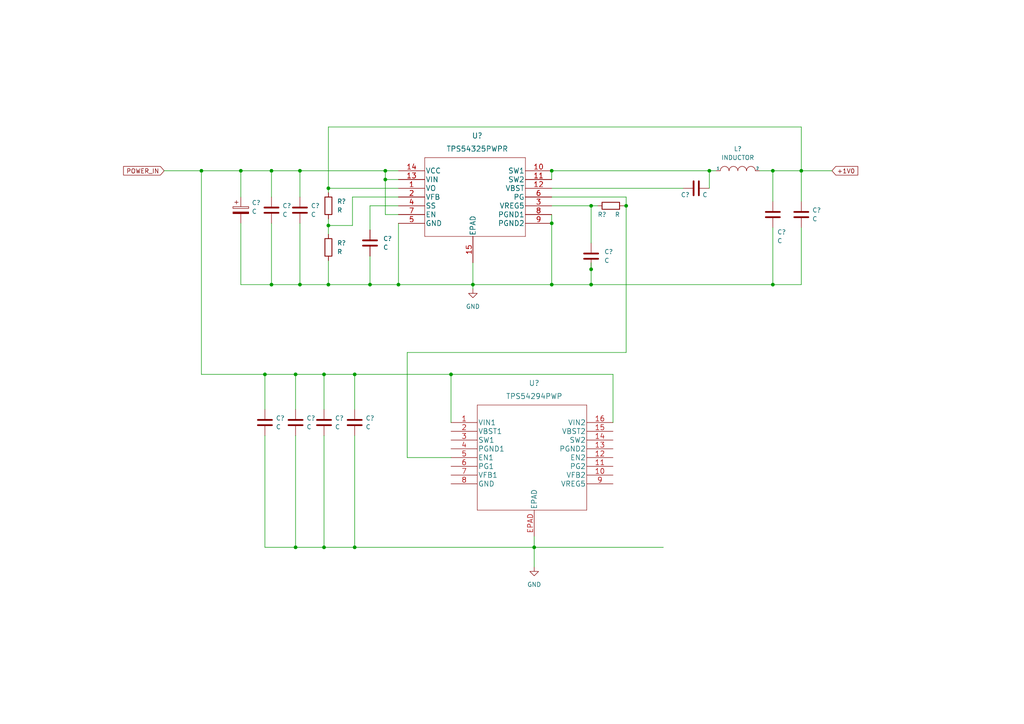
<source format=kicad_sch>
(kicad_sch (version 20211123) (generator eeschema)
  (paper "A4")
  (lib_symbols
    (symbol "Device:C" (pin_numbers hide) (pin_names (offset 0.254))
      (property "Reference" "C" (at 0.635 2.54 0))
      (property "Value" "C" (at 0.635 -2.54 0))
      (symbol "C_0_1"
        (polyline (pts (xy -2.032 -0.762) (xy 2.032 -0.762)) (stroke (width 0.508)))
        (polyline (pts (xy -2.032 0.762) (xy 2.032 0.762)) (stroke (width 0.508)))
      )
      (symbol "C_1_1"
        (pin passive line (at 0 3.81 270) (length 2.794) (name "~") (number "1"))
        (pin passive line (at 0 -3.81 90) (length 2.794) (name "~") (number "2"))
      )
    )
    (symbol "Device:C_Polarized" (pin_numbers hide) (pin_names (offset 0.254))
      (property "Reference" "C" (at 0.635 2.54 0))
      (property "Value" "C_Polarized" (at 0.635 -2.54 0))
      (symbol "C_Polarized_0_1"
        (rectangle (start -2.286 0.508) (end 2.286 1.016))
        (polyline (pts (xy -1.778 2.286) (xy -0.762 2.286)))
        (polyline (pts (xy -1.27 2.794) (xy -1.27 1.778)))
        (rectangle (start 2.286 -0.508) (end -2.286 -1.016) (fill (type outline)))
      )
      (symbol "C_Polarized_1_1"
        (pin passive line (at 0 3.81 270) (length 2.794) (name "~") (number "1"))
        (pin passive line (at 0 -3.81 90) (length 2.794) (name "~") (number "2"))
      )
    )
    (symbol "Device:R" (pin_numbers hide) (pin_names (offset 0))
      (property "Reference" "R" (at 2.032 0 90))
      (property "Value" "R" (at 0 0 90))
      (symbol "R_0_1"
        (rectangle (start -1.016 -2.54) (end 1.016 2.54) (stroke (width 0.254)))
      )
      (symbol "R_1_1"
        (pin passive line (at 0 3.81 270) (length 1.27) (name "~") (number "1"))
        (pin passive line (at 0 -3.81 90) (length 1.27) (name "~") (number "2"))
      )
    )
    (symbol "TPS54294PWP:TPS54294PWP" (pin_names (offset 0.254))
      (property "Reference" "U?" (at 33.02 11.43 0))
      (property "Value" "TPS54294PWP" (at 33.02 7.62 0))
      (symbol "TPS54294PWP_1_1"
        (polyline (pts (xy 16.51 -25.4) (xy 48.26 -25.4)) (stroke (width 0.127)))
        (polyline (pts (xy 16.51 5.08) (xy 16.51 -25.4)) (stroke (width 0.127)))
        (polyline (pts (xy 48.26 -25.4) (xy 48.26 5.08)) (stroke (width 0.127)))
        (polyline (pts (xy 48.26 5.08) (xy 16.51 5.08)) (stroke (width 0.127)))
        (pin input line (at 8.89 0 0) (length 7.62) (name "VIN1") (number "1"))
        (pin input line (at 55.88 -15.24 180) (length 7.62) (name "VFB2") (number "10"))
        (pin output line (at 55.88 -12.7 180) (length 7.62) (name "PG2") (number "11"))
        (pin input line (at 55.88 -10.16 180) (length 7.62) (name "EN2") (number "12"))
        (pin bidirectional line (at 55.88 -7.62 180) (length 7.62) (name "PGND2") (number "13"))
        (pin bidirectional line (at 55.88 -5.08 180) (length 7.62) (name "SW2") (number "14"))
        (pin input line (at 55.88 -2.54 180) (length 7.62) (name "VBST2") (number "15"))
        (pin input line (at 55.88 0 180) (length 7.62) (name "VIN2") (number "16"))
        (pin input line (at 8.89 -2.54 0) (length 7.62) (name "VBST1") (number "2"))
        (pin bidirectional line (at 8.89 -5.08 0) (length 7.62) (name "SW1") (number "3"))
        (pin bidirectional line (at 8.89 -7.62 0) (length 7.62) (name "PGND1") (number "4"))
        (pin input line (at 8.89 -10.16 0) (length 7.62) (name "EN1") (number "5"))
        (pin output line (at 8.89 -12.7 0) (length 7.62) (name "PG1") (number "6"))
        (pin input line (at 8.89 -15.24 0) (length 7.62) (name "VFB1") (number "7"))
        (pin bidirectional line (at 8.89 -17.78 0) (length 7.62) (name "GND") (number "8"))
        (pin output line (at 55.88 -17.78 180) (length 7.62) (name "VREG5") (number "9"))
        (pin unspecified line (at 33.02 -33.02 90) (length 7.62) (name "EPAD") (number "EPAD"))
      )
    )
    (symbol "TPS54325PWPR:TPS54325PWPR" (pin_names (offset 0.254))
      (property "Reference" "U?" (at 44.45 11.43 0))
      (property "Value" "TPS54325PWPR" (at 44.45 7.62 0))
      (symbol "TPS54325PWPR_1_1"
        (polyline (pts (xy 29.21 -17.78) (xy 58.42 -17.78)) (stroke (width 0.127)))
        (polyline (pts (xy 29.21 5.08) (xy 29.21 -17.78)) (stroke (width 0.127)))
        (polyline (pts (xy 58.42 -17.78) (xy 58.42 5.08)) (stroke (width 0.127)))
        (polyline (pts (xy 58.42 5.08) (xy 29.21 5.08)) (stroke (width 0.127)))
        (pin output line (at 21.59 -3.81 0) (length 7.62) (name "VO") (number "1"))
        (pin unspecified line (at 66.04 1.27 180) (length 7.62) (name "SW1") (number "10"))
        (pin unspecified line (at 66.04 -1.27 180) (length 7.62) (name "SW2") (number "11"))
        (pin input line (at 66.04 -3.81 180) (length 7.62) (name "VBST") (number "12"))
        (pin input line (at 21.59 -1.27 0) (length 7.62) (name "VIN") (number "13"))
        (pin input line (at 21.59 1.27 0) (length 7.62) (name "VCC") (number "14"))
        (pin unspecified line (at 43.18 -25.4 90) (length 7.62) (name "EPAD") (number "15"))
        (pin input line (at 21.59 -6.35 0) (length 7.62) (name "VFB") (number "2"))
        (pin output line (at 66.04 -8.89 180) (length 7.62) (name "VREG5") (number "3"))
        (pin unspecified line (at 21.59 -8.89 0) (length 7.62) (name "SS") (number "4"))
        (pin power_in line (at 21.59 -13.97 0) (length 7.62) (name "GND") (number "5"))
        (pin output line (at 66.04 -6.35 180) (length 7.62) (name "PG") (number "6"))
        (pin input line (at 21.59 -11.43 0) (length 7.62) (name "EN") (number "7"))
        (pin power_in line (at 66.04 -11.43 180) (length 7.62) (name "PGND1") (number "8"))
        (pin power_in line (at 66.04 -13.97 180) (length 7.62) (name "PGND2") (number "9"))
      )
    )
    (symbol "power:GND" (power) (pin_names (offset 0))
      (property "Value" "GND" (at 0 -3.81 0))
      (symbol "GND_0_1"
        (polyline (pts (xy 0 0) (xy 0 -1.27) (xy 1.27 -1.27) (xy 0 -2.54) (xy -1.27 -1.27) (xy 0 -1.27)))
      )
      (symbol "GND_1_1"
        (pin power_in line (at 0 0 270) (length 0) hide (name "GND") (number "1"))
      )
    )
    (symbol "pspice:INDUCTOR" (pin_numbers hide) (pin_names (offset 0))
      (property "Reference" "L" (at 0 2.54 0))
      (property "Value" "INDUCTOR" (at 0 -1.27 0))
      (symbol "INDUCTOR_0_1"
        (arc (start -2.54 0) (mid -3.81 1.27) (end -5.08 0))
        (arc (start 0 0) (mid -1.27 1.27) (end -2.54 0))
        (arc (start 2.54 0) (mid 1.27 1.27) (end 0 0))
        (arc (start 5.08 0) (mid 3.81 1.27) (end 2.54 0))
      )
      (symbol "INDUCTOR_1_1"
        (pin input line (at -6.35 0 0) (length 1.27) (name "1") (number "1"))
        (pin input line (at 6.35 0 180) (length 1.27) (name "2") (number "2"))
      )
    )
  )
  (junction (at 111.76 49.53))
  (junction (at 93.98 108.585))
  (junction (at 93.98 158.75))
  (junction (at 130.81 108.585))
  (junction (at 171.45 59.69))
  (junction (at 160.02 64.77))
  (junction (at 95.25 65.405))
  (junction (at 86.995 49.53))
  (junction (at 86.995 82.55))
  (junction (at 224.155 82.55))
  (junction (at 171.45 78.105))
  (junction (at 160.02 82.55))
  (junction (at 224.155 49.53))
  (junction (at 181.61 59.69))
  (junction (at 171.45 82.55))
  (junction (at 85.725 108.585))
  (junction (at 154.94 158.75))
  (junction (at 160.02 49.53))
  (junction (at 137.16 82.55))
  (junction (at 95.25 82.55))
  (junction (at 58.42 49.53))
  (junction (at 95.25 54.61))
  (junction (at 76.835 108.585))
  (junction (at 232.41 49.53))
  (junction (at 111.76 52.07))
  (junction (at 107.315 82.55))
  (junction (at 115.57 82.55))
  (junction (at 85.725 158.75))
  (junction (at 102.87 158.75))
  (junction (at 78.74 82.55))
  (junction (at 102.87 108.585))
  (junction (at 205.74 49.53))
  (junction (at 69.85 49.53))
  (junction (at 78.74 49.53))
  (wire (pts (xy 69.85 82.55) (xy 78.74 82.55)))
  (wire (pts (xy 76.835 108.585) (xy 76.835 118.745)))
  (wire (pts (xy 69.85 64.77) (xy 69.85 82.55)))
  (wire (pts (xy 160.02 49.53) (xy 205.74 49.53)))
  (wire (pts (xy 86.995 49.53) (xy 111.76 49.53)))
  (wire (pts (xy 76.835 126.365) (xy 76.835 158.75)))
  (wire (pts (xy 76.835 108.585) (xy 58.42 108.585)))
  (wire (pts (xy 224.155 49.53) (xy 224.155 58.42)))
  (wire (pts (xy 118.11 102.235) (xy 118.11 132.715)))
  (wire (pts (xy 78.74 49.53) (xy 86.995 49.53)))
  (wire (pts (xy 76.835 158.75) (xy 85.725 158.75)))
  (wire (pts (xy 160.02 62.23) (xy 160.02 64.77)))
  (wire (pts (xy 171.45 59.69) (xy 160.02 59.69)))
  (wire (pts (xy 115.57 54.61) (xy 95.25 54.61)))
  (wire (pts (xy 78.74 82.55) (xy 86.995 82.55)))
  (wire (pts (xy 205.74 49.53) (xy 205.74 54.61)))
  (wire (pts (xy 232.41 66.04) (xy 232.41 82.55)))
  (wire (pts (xy 115.57 52.07) (xy 111.76 52.07)))
  (wire (pts (xy 224.155 66.04) (xy 224.155 82.55)))
  (wire (pts (xy 58.42 49.53) (xy 69.85 49.53)))
  (wire (pts (xy 115.57 64.77) (xy 115.57 82.55)))
  (wire (pts (xy 58.42 108.585) (xy 58.42 49.53)))
  (wire (pts (xy 93.98 158.75) (xy 102.87 158.75)))
  (wire (pts (xy 160.02 57.15) (xy 181.61 57.15)))
  (wire (pts (xy 232.41 49.53) (xy 232.41 58.42)))
  (wire (pts (xy 137.16 82.55) (xy 137.16 83.82)))
  (wire (pts (xy 130.81 108.585) (xy 102.87 108.585)))
  (wire (pts (xy 111.76 52.07) (xy 111.76 49.53)))
  (wire (pts (xy 69.85 49.53) (xy 69.85 57.15)))
  (wire (pts (xy 85.725 158.75) (xy 93.98 158.75)))
  (wire (pts (xy 205.74 49.53) (xy 207.645 49.53)))
  (wire (pts (xy 118.11 132.715) (xy 130.81 132.715)))
  (wire (pts (xy 224.155 82.55) (xy 232.41 82.55)))
  (wire (pts (xy 160.02 64.77) (xy 160.02 82.55)))
  (wire (pts (xy 154.94 158.75) (xy 154.94 164.465)))
  (wire (pts (xy 192.405 158.75) (xy 154.94 158.75)))
  (wire (pts (xy 171.45 76.2) (xy 171.45 78.105)))
  (wire (pts (xy 181.61 59.69) (xy 181.61 102.235)))
  (wire (pts (xy 115.57 82.55) (xy 137.16 82.55)))
  (wire (pts (xy 177.8 122.555) (xy 177.8 108.585)))
  (wire (pts (xy 130.81 108.585) (xy 130.81 122.555)))
  (wire (pts (xy 95.25 65.405) (xy 95.25 67.945)))
  (wire (pts (xy 220.345 49.53) (xy 224.155 49.53)))
  (wire (pts (xy 86.995 49.53) (xy 86.995 57.15)))
  (wire (pts (xy 78.74 49.53) (xy 78.74 57.15)))
  (wire (pts (xy 95.25 36.83) (xy 232.41 36.83)))
  (wire (pts (xy 102.235 57.15) (xy 102.235 65.405)))
  (wire (pts (xy 95.25 82.55) (xy 107.315 82.55)))
  (wire (pts (xy 160.02 82.55) (xy 171.45 82.55)))
  (wire (pts (xy 86.995 82.55) (xy 95.25 82.55)))
  (wire (pts (xy 69.85 49.53) (xy 78.74 49.53)))
  (wire (pts (xy 115.57 59.69) (xy 107.315 59.69)))
  (wire (pts (xy 181.61 57.15) (xy 181.61 59.69)))
  (wire (pts (xy 93.98 126.365) (xy 93.98 158.75)))
  (wire (pts (xy 171.45 78.105) (xy 171.45 82.55)))
  (wire (pts (xy 107.315 74.295) (xy 107.315 82.55)))
  (wire (pts (xy 93.98 108.585) (xy 93.98 118.745)))
  (wire (pts (xy 171.45 70.485) (xy 171.45 59.69)))
  (wire (pts (xy 232.41 49.53) (xy 241.3 49.53)))
  (wire (pts (xy 93.98 108.585) (xy 85.725 108.585)))
  (wire (pts (xy 160.02 82.55) (xy 137.16 82.55)))
  (wire (pts (xy 85.725 108.585) (xy 76.835 108.585)))
  (wire (pts (xy 107.315 59.69) (xy 107.315 66.675)))
  (wire (pts (xy 102.235 65.405) (xy 95.25 65.405)))
  (wire (pts (xy 180.975 59.69) (xy 181.61 59.69)))
  (wire (pts (xy 85.725 126.365) (xy 85.725 158.75)))
  (wire (pts (xy 171.45 59.69) (xy 173.355 59.69)))
  (wire (pts (xy 47.625 49.53) (xy 58.42 49.53)))
  (wire (pts (xy 232.41 36.83) (xy 232.41 49.53)))
  (wire (pts (xy 160.02 54.61) (xy 198.12 54.61)))
  (wire (pts (xy 102.87 108.585) (xy 93.98 108.585)))
  (wire (pts (xy 95.25 54.61) (xy 95.25 36.83)))
  (wire (pts (xy 85.725 108.585) (xy 85.725 118.745)))
  (wire (pts (xy 111.76 62.23) (xy 111.76 52.07)))
  (wire (pts (xy 95.25 54.61) (xy 95.25 55.88)))
  (wire (pts (xy 111.76 49.53) (xy 115.57 49.53)))
  (wire (pts (xy 137.16 76.2) (xy 137.16 82.55)))
  (wire (pts (xy 102.87 158.75) (xy 102.87 126.365)))
  (wire (pts (xy 171.45 82.55) (xy 224.155 82.55)))
  (wire (pts (xy 154.94 158.75) (xy 102.87 158.75)))
  (wire (pts (xy 154.94 155.575) (xy 154.94 158.75)))
  (wire (pts (xy 160.02 49.53) (xy 160.02 52.07)))
  (wire (pts (xy 115.57 57.15) (xy 102.235 57.15)))
  (wire (pts (xy 115.57 62.23) (xy 111.76 62.23)))
  (wire (pts (xy 177.8 108.585) (xy 130.81 108.585)))
  (wire (pts (xy 102.87 108.585) (xy 102.87 118.745)))
  (wire (pts (xy 224.155 49.53) (xy 232.41 49.53)))
  (wire (pts (xy 95.25 63.5) (xy 95.25 65.405)))
  (wire (pts (xy 95.25 75.565) (xy 95.25 82.55)))
  (wire (pts (xy 78.74 64.77) (xy 78.74 82.55)))
  (wire (pts (xy 86.995 64.77) (xy 86.995 82.55)))
  (wire (pts (xy 107.315 82.55) (xy 115.57 82.55)))
  (wire (pts (xy 181.61 102.235) (xy 118.11 102.235)))
  (global_label "+1V0" (shape input) (at 241.3 49.53 0) (property "Intersheet References" "${INTERSHEET_REFS}" (effects hide)))
  (global_label "POWER_IN" (shape input) (at 47.625 49.53 180) (property "Intersheet References" "${INTERSHEET_REFS}" (effects hide)))
  (symbol (lib_id "pspice:INDUCTOR") (at 213.995 49.53 0) (unit 1)
    (property "Reference" "L?" (at 213.995 43.18 0))
    (property "Value" "INDUCTOR" (at 213.995 45.72 0))
  )
  (symbol (lib_id "Device:R") (at 95.25 59.69 0) (unit 1)
    (property "Reference" "R?" (at 97.79 58.4199 0) (effects (justify left)))
    (property "Value" "R" (at 97.79 60.9599 0) (effects (justify left)))
  )
  (symbol (lib_id "Device:R") (at 95.25 71.755 0) (unit 1)
    (property "Reference" "R?" (at 97.79 70.4849 0) (effects (justify left)))
    (property "Value" "R" (at 97.79 73.0249 0) (effects (justify left)))
  )
  (symbol (lib_id "Device:C") (at 107.315 70.485 0) (unit 1)
    (property "Reference" "C?" (at 111.125 69.2149 0) (effects (justify left)))
    (property "Value" "C" (at 111.125 71.7549 0) (effects (justify left)))
  )
  (symbol (lib_id "Device:C") (at 93.98 122.555 0) (unit 1)
    (property "Reference" "C?" (at 97.155 121.2849 0) (effects (justify left)))
    (property "Value" "C" (at 97.155 123.8249 0) (effects (justify left)))
  )
  (symbol (lib_id "Device:C") (at 102.87 122.555 0) (unit 1)
    (property "Reference" "C?" (at 106.045 121.2849 0) (effects (justify left)))
    (property "Value" "C" (at 106.045 123.8249 0) (effects (justify left)))
  )
  (symbol (lib_id "Device:R") (at 177.165 59.69 270) (unit 1)
    (property "Reference" "R?" (at 174.625 62.23 90))
    (property "Value" "R" (at 179.07 62.23 90))
  )
  (symbol (lib_id "Device:C") (at 201.93 54.61 90) (unit 1)
    (property "Reference" "C?" (at 198.755 56.515 90))
    (property "Value" "C" (at 204.47 56.515 90))
  )
  (symbol (lib_id "power:GND") (at 137.16 83.82 0) (unit 1)
    (property "Reference" "#PWR?" (effects hide))
    (property "Value" "GND" (at 137.16 88.9 0))
  )
  (symbol (lib_id "Device:C") (at 76.835 122.555 0) (unit 1)
    (property "Reference" "C?" (at 80.01 121.2849 0) (effects (justify left)))
    (property "Value" "C" (at 80.01 123.8249 0) (effects (justify left)))
  )
  (symbol (lib_id "Device:C") (at 224.155 62.23 0) (unit 1)
    (property "Reference" "C?" (at 225.425 67.3099 0) (effects (justify left)))
    (property "Value" "C" (at 225.425 69.8499 0) (effects (justify left)))
  )
  (symbol (lib_id "TPS54294PWP:TPS54294PWP") (at 121.92 122.555 0) (unit 1)
    (property "Reference" "U?" (at 154.94 111.125 0) (effects (font (size 1.524 1.524))))
    (property "Value" "TPS54294PWP" (at 154.94 114.935 0) (effects (font (size 1.524 1.524))))
    (property "Footprint" "PWP16_2P31X2P46" (effects hide))
  )
  (symbol (lib_id "Device:C") (at 85.725 122.555 0) (unit 1)
    (property "Reference" "C?" (at 88.9 121.2849 0) (effects (justify left)))
    (property "Value" "C" (at 88.9 123.8249 0) (effects (justify left)))
  )
  (symbol (lib_id "Device:C_Polarized") (at 69.85 60.96 0) (unit 1)
    (property "Reference" "C?" (at 73.025 58.8009 0) (effects (justify left)))
    (property "Value" "C" (at 73.025 61.3409 0) (effects (justify left)))
  )
  (symbol (lib_id "TPS54325PWPR:TPS54325PWPR") (at 93.98 50.8 0) (unit 1)
    (property "Reference" "U?" (at 138.43 39.37 0) (effects (font (size 1.524 1.524))))
    (property "Value" "TPS54325PWPR" (at 138.43 43.18 0) (effects (font (size 1.524 1.524))))
    (property "Footprint" "PWP14_2P31X2P46" (effects hide))
  )
  (symbol (lib_id "Device:C") (at 86.995 60.96 0) (unit 1)
    (property "Reference" "C?" (at 90.17 59.6899 0) (effects (justify left)))
    (property "Value" "C" (at 90.17 62.2299 0) (effects (justify left)))
  )
  (symbol (lib_id "Device:C") (at 171.45 74.295 0) (unit 1)
    (property "Reference" "C?" (at 175.26 73.0249 0) (effects (justify left)))
    (property "Value" "C" (at 175.26 75.5649 0) (effects (justify left)))
  )
  (symbol (lib_id "Device:C") (at 232.41 62.23 0) (unit 1)
    (property "Reference" "C?" (at 235.585 60.9599 0) (effects (justify left)))
    (property "Value" "C" (at 235.585 63.4999 0) (effects (justify left)))
  )
  (symbol (lib_id "power:GND") (at 154.94 164.465 0) (unit 1)
    (property "Reference" "#PWR?" (effects hide))
    (property "Value" "GND" (at 154.94 169.545 0))
  )
  (symbol (lib_id "Device:C") (at 78.74 60.96 0) (unit 1)
    (property "Reference" "C?" (at 81.915 59.6899 0) (effects (justify left)))
    (property "Value" "C" (at 81.915 62.2299 0) (effects (justify left)))
  )
)
</source>
